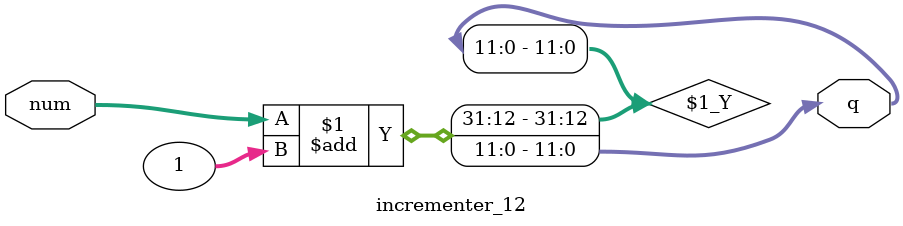
<source format=sv>
module incrementer_12(input [11:0]num, output logic[11:0]q);
	 assign q = num + 1;
endmodule
</source>
